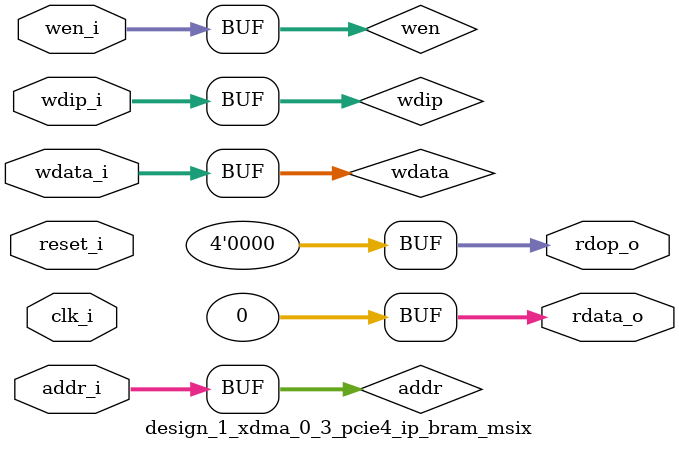
<source format=v>
`timescale 1ps/1ps

(* DowngradeIPIdentifiedWarnings = "yes" *)
module design_1_xdma_0_3_pcie4_ip_bram_msix #(

  parameter           TCQ = 100
, parameter           TO_RAM_PIPELINE="FALSE"
, parameter           FROM_RAM_PIPELINE="FALSE"
, parameter           MSIX_CAP_TABLE_SIZE=11'h0
, parameter           MSIX_TABLE_RAM_ENABLE="FALSE"

  ) (

  input  wire         clk_i,
  input  wire         reset_i,

  input  wire  [12:0] addr_i,
  input  wire  [31:0] wdata_i,
  input  wire   [3:0] wdip_i,
  input  wire   [3:0] wen_i,
  output wire  [31:0] rdata_o,
  output wire   [3:0] rdop_o

  );

  // WIP : Use Total number of functions (PFs + VFs) to calculate the NUM_BRAM_4K
  localparam integer NUM_BRAM_4K = (MSIX_TABLE_RAM_ENABLE == "TRUE") ? 8 : 0 ;
 

  reg          [12:0] addr;
  reg          [12:0] addr_p0;
  reg          [12:0] addr_p1;
  reg          [31:0] wdata;
  reg           [3:0] wdip;
  reg           [3:0] wen;
  reg          [31:0] reg_rdata;
  reg           [3:0] reg_rdop;
  wire         [31:0] rdata;
  wire          [3:0] rdop;
  genvar              i;
  wire    [(8*4)-1:0] bram_4k_wen;
  wire   [(8*32)-1:0] rdata_t;
  wire    [(8*4)-1:0] rdop_t;

  //
  // Optional input pipe stages
  //
  generate

    if (TO_RAM_PIPELINE == "TRUE") begin : TORAMPIPELINE

      always @(posedge clk_i) begin
     
        if (reset_i) begin

          addr <= #(TCQ) 13'b0;
          wdata <= #(TCQ) 32'b0;
          wdip <= #(TCQ) 4'b0;
          wen <= #(TCQ) 4'b0;

        end else begin

          addr <= #(TCQ) addr_i;
          wdata <= #(TCQ) wdata_i;
          wdip <= #(TCQ) wdip_i;
          wen <= #(TCQ) wen_i;

        end

      end

    end else begin : NOTORAMPIPELINE

      always @(*) begin

          addr = addr_i;
          wdata = wdata_i;
          wdip = wdip_i;
          wen = wen_i;

      end


    end

  endgenerate

  // 
  // Address pipeline
  //
  always @(posedge clk_i) begin
     
    if (reset_i) begin

      addr_p0 <= #(TCQ) 13'b0;
      addr_p1 <= #(TCQ) 13'b0;

    end else begin

      addr_p0 <= #(TCQ) addr;
      addr_p1 <= #(TCQ) addr_p0;

    end

  end

  //
  // Optional output pipe stages
  //
  generate

    if (FROM_RAM_PIPELINE == "TRUE") begin : FRMRAMPIPELINE


      always @(posedge clk_i) begin
     
        if (reset_i) begin

          reg_rdata <= #(TCQ) 32'b0;
          reg_rdop <= #(TCQ) 4'b0;

        end else begin

          case (addr_p1[12:10]) 
            3'b000 : begin
              reg_rdata <= #(TCQ) rdata_t[(32*(0))+31:(32*(0))+0];
              reg_rdop <= #(TCQ) rdop_t[(4*(0))+3:(4*(0))+0];
            end
            3'b001 : begin
              reg_rdata <= #(TCQ) rdata_t[(32*(1))+31:(32*(1))+0];
              reg_rdop <= #(TCQ) rdop_t[(4*(1))+3:(4*(1))+0];
            end
            3'b010 : begin
              reg_rdata <= #(TCQ) rdata_t[(32*(2))+31:(32*(2))+0];
              reg_rdop <= #(TCQ) rdop_t[(4*(2))+3:(4*(2))+0];
            end
            3'b011 : begin
              reg_rdata <= #(TCQ) rdata_t[(32*(3))+31:(32*(3))+0];
              reg_rdop <= #(TCQ) rdop_t[(4*(3))+3:(4*(3))+0];
            end
            3'b100 : begin
              reg_rdata <= #(TCQ) rdata_t[(32*(4))+31:(32*(4))+0];
              reg_rdop <= #(TCQ) rdop_t[(4*(4))+3:(4*(4))+0];
            end
            3'b101 : begin
              reg_rdata <= #(TCQ) rdata_t[(32*(5))+31:(32*(5))+0];
              reg_rdop <= #(TCQ) rdop_t[(4*(5))+3:(4*(5))+0];
            end
            3'b110 : begin
              reg_rdata <= #(TCQ) rdata_t[(32*(6))+31:(32*(6))+0];
              reg_rdop <= #(TCQ) rdop_t[(4*(6))+3:(4*(6))+0];
            end
            3'b111 : begin
              reg_rdata <= #(TCQ) rdata_t[(32*(7))+31:(32*(7))+0];
              reg_rdop <= #(TCQ) rdop_t[(4*(7))+3:(4*(7))+0];
            end
          endcase

        end

      end

    end else begin : NOFRMRAMPIPELINE

      always @(*) begin

          case (addr_p1[12:10]) 
            3'b000 : begin
              reg_rdata <= #(TCQ) rdata_t[(32*(0))+31:(32*(0))+0];
              reg_rdop <= #(TCQ) rdop_t[(4*(0))+3:(4*(0))+0];
            end
            3'b001 : begin
              reg_rdata <= #(TCQ) rdata_t[(32*(1))+31:(32*(1))+0];
              reg_rdop <= #(TCQ) rdop_t[(4*(1))+3:(4*(1))+0];
            end
            3'b010 : begin
              reg_rdata <= #(TCQ) rdata_t[(32*(2))+31:(32*(2))+0];
              reg_rdop <= #(TCQ) rdop_t[(4*(2))+3:(4*(2))+0];
            end
            3'b011 : begin
              reg_rdata <= #(TCQ) rdata_t[(32*(3))+31:(32*(3))+0];
              reg_rdop <= #(TCQ) rdop_t[(4*(3))+3:(4*(3))+0];
            end
            3'b100 : begin
              reg_rdata <= #(TCQ) rdata_t[(32*(4))+31:(32*(4))+0];
              reg_rdop <= #(TCQ) rdop_t[(4*(4))+3:(4*(4))+0];
            end
            3'b101 : begin
              reg_rdata <= #(TCQ) rdata_t[(32*(5))+31:(32*(5))+0];
              reg_rdop <= #(TCQ) rdop_t[(4*(5))+3:(4*(5))+0];
            end
            3'b110 : begin
              reg_rdata <= #(TCQ) rdata_t[(32*(6))+31:(32*(6))+0];
              reg_rdop <= #(TCQ) rdop_t[(4*(6))+3:(4*(6))+0];
            end
            3'b111 : begin
              reg_rdata <= #(TCQ) rdata_t[(32*(7))+31:(32*(7))+0];
              reg_rdop <= #(TCQ) rdop_t[(4*(7))+3:(4*(7))+0];
            end
          endcase

      end

    end
  
  endgenerate

  assign rdata_o = (MSIX_TABLE_RAM_ENABLE == "TRUE") ?  reg_rdata : 32'h0;
  assign rdop_o = (MSIX_TABLE_RAM_ENABLE == "TRUE") ? reg_rdop : 4'h0;

  generate 
  
    for (i=0; i<NUM_BRAM_4K; i=i+1) begin : BRAM4K

      design_1_xdma_0_3_pcie4_ip_bram_4k_int #(
          .TCQ(TCQ)
        )
        bram_4k_int (
    
          .clk_i (clk_i),
          .reset_i (reset_i),
    
          .addr_i(addr[9:0]),
          .wdata_i(wdata),
          .wdip_i(wdip),
          .wen_i(bram_4k_wen[(4*(i))+3:(4*(i))+0]),
          .rdata_o(rdata_t[(32*i)+31:(32*i)+0]),
          .rdop_o(rdop_t[(4*i)+3:(4*i)+0]),
          .baddr_i(10'b0),
          .brdata_o()

      );
      assign bram_4k_wen[(4*(i))+3:(4*(i))+0] = wen & {4{(i == addr[12:10])}};  
      
    end

  endgenerate

endmodule

</source>
